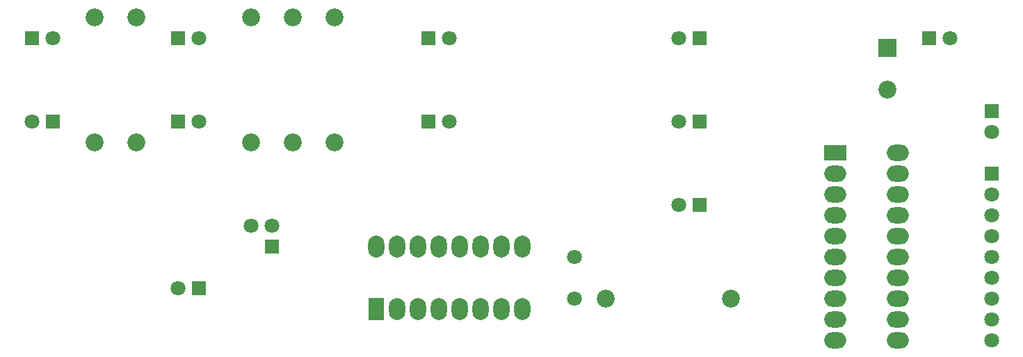
<source format=gbr>
G04 #@! TF.FileFunction,Soldermask,Top*
%FSLAX46Y46*%
G04 Gerber Fmt 4.6, Leading zero omitted, Abs format (unit mm)*
G04 Created by KiCad (PCBNEW 4.0.5+dfsg1-4+deb9u1) date Sun Sep  4 20:05:12 2022*
%MOMM*%
%LPD*%
G01*
G04 APERTURE LIST*
%ADD10C,0.100000*%
%ADD11R,1.974800X2.686000*%
%ADD12O,1.974800X2.686000*%
%ADD13R,2.686000X1.974800*%
%ADD14O,2.686000X1.974800*%
%ADD15C,1.797000*%
%ADD16R,2.178000X2.178000*%
%ADD17C,2.178000*%
%ADD18R,1.797000X1.797000*%
G04 APERTURE END LIST*
D10*
D11*
X137160000Y-115570000D03*
D12*
X139700000Y-115570000D03*
X142240000Y-115570000D03*
X144780000Y-115570000D03*
X147320000Y-115570000D03*
X149860000Y-115570000D03*
X152400000Y-115570000D03*
X154940000Y-115570000D03*
X154940000Y-107950000D03*
X152400000Y-107950000D03*
X149860000Y-107950000D03*
X147320000Y-107950000D03*
X144780000Y-107950000D03*
X142240000Y-107950000D03*
X139700000Y-107950000D03*
X137160000Y-107950000D03*
D13*
X193040000Y-96520000D03*
D14*
X193040000Y-99060000D03*
X193040000Y-101600000D03*
X193040000Y-104140000D03*
X193040000Y-106680000D03*
X193040000Y-109220000D03*
X193040000Y-111760000D03*
X193040000Y-114300000D03*
X193040000Y-116840000D03*
X193040000Y-119380000D03*
X200660000Y-119380000D03*
X200660000Y-116840000D03*
X200660000Y-114300000D03*
X200660000Y-111760000D03*
X200660000Y-109220000D03*
X200660000Y-106680000D03*
X200660000Y-104140000D03*
X200660000Y-101600000D03*
X200660000Y-99060000D03*
X200660000Y-96520000D03*
D15*
X161290000Y-109220000D03*
X161290000Y-114300000D03*
D16*
X199390000Y-83693000D03*
D17*
X199390000Y-88773000D03*
D18*
X95250000Y-82550000D03*
D15*
X97790000Y-82550000D03*
D18*
X143510000Y-82550000D03*
D15*
X146050000Y-82550000D03*
D18*
X143510000Y-92710000D03*
D15*
X146050000Y-92710000D03*
D18*
X176530000Y-82550000D03*
D15*
X173990000Y-82550000D03*
D18*
X176530000Y-92710000D03*
D15*
X173990000Y-92710000D03*
D18*
X176530000Y-102870000D03*
D15*
X173990000Y-102870000D03*
D18*
X204470000Y-82550000D03*
D15*
X207010000Y-82550000D03*
D18*
X113030000Y-82550000D03*
D15*
X115570000Y-82550000D03*
D18*
X113030000Y-92710000D03*
D15*
X115570000Y-92710000D03*
D18*
X115570000Y-113030000D03*
D15*
X113030000Y-113030000D03*
D18*
X97790000Y-92710000D03*
D15*
X95250000Y-92710000D03*
D17*
X102870000Y-80010000D03*
X102870000Y-95250000D03*
X127000000Y-80010000D03*
X127000000Y-95250000D03*
X107950000Y-80010000D03*
X107950000Y-95250000D03*
X132080000Y-80010000D03*
X132080000Y-95250000D03*
X165100000Y-114300000D03*
X180340000Y-114300000D03*
X121920000Y-95250000D03*
X121920000Y-80010000D03*
D18*
X124460000Y-107950000D03*
D15*
X124460000Y-105410000D03*
X121920000Y-105410000D03*
D18*
X212090000Y-99060000D03*
D15*
X212090000Y-101600000D03*
X212090000Y-104140000D03*
X212090000Y-106680000D03*
X212090000Y-109220000D03*
X212090000Y-111760000D03*
X212090000Y-114300000D03*
X212090000Y-116840000D03*
X212090000Y-119380000D03*
D18*
X212090000Y-91440000D03*
D15*
X212090000Y-93980000D03*
M02*

</source>
